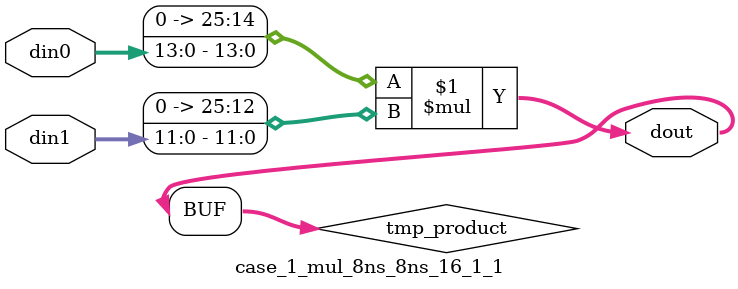
<source format=v>

`timescale 1 ns / 1 ps

 (* use_dsp = "no" *)  module case_1_mul_8ns_8ns_16_1_1(din0, din1, dout);
parameter ID = 1;
parameter NUM_STAGE = 0;
parameter din0_WIDTH = 14;
parameter din1_WIDTH = 12;
parameter dout_WIDTH = 26;

input [din0_WIDTH - 1 : 0] din0; 
input [din1_WIDTH - 1 : 0] din1; 
output [dout_WIDTH - 1 : 0] dout;

wire signed [dout_WIDTH - 1 : 0] tmp_product;
























assign tmp_product = $signed({1'b0, din0}) * $signed({1'b0, din1});











assign dout = tmp_product;





















endmodule

</source>
